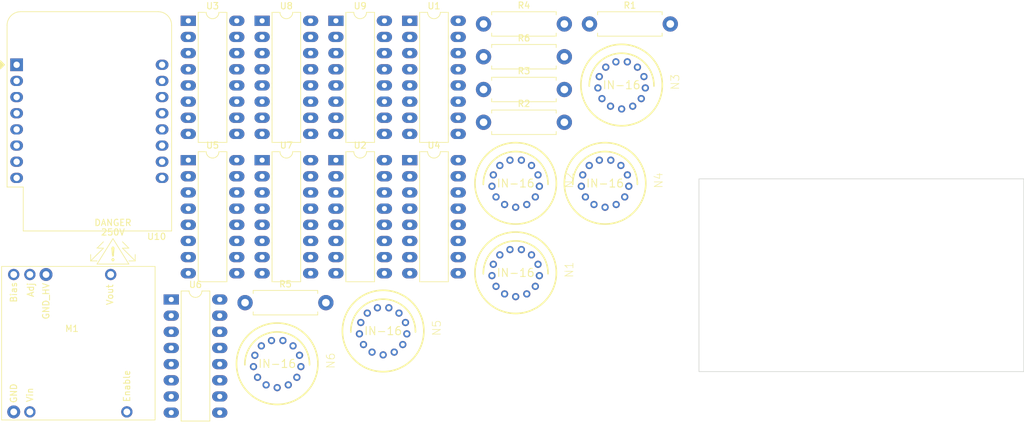
<source format=kicad_pcb>
(kicad_pcb (version 20211014) (generator pcbnew)
  (layers (0 "F.Cu" signal) (31 "B.Cu" signal) (34 "B.Paste" user) (35 "F.Paste" user) (36 "B.SilkS" user "B.Silkscreen") (37 "F.SilkS" user "F.Silkscreen") (38 "B.Mask" user) (39 "F.Mask" user) (44 "Edge.Cuts" user))
  (net 0 "")
  (net 1 "Vdrive")
  (net 3 "GND")
  (net 4 "+5V")
  (net 8 "Net-(N1-PadA)")
  (net 9 "Net-(N1-Pad9)")
  (net 10 "Net-(N1-Pad8)")
  (net 11 "Net-(N1-Pad7)")
  (net 12 "Net-(N1-Pad6)")
  (net 13 "Net-(N1-Pad5)")
  (net 14 "Net-(N1-Pad4)")
  (net 15 "Net-(N1-Pad3)")
  (net 16 "Net-(N1-Pad2)")
  (net 17 "Net-(N1-Pad1)")
  (net 18 "Net-(N1-Pad0)")
  (net 21 "Net-(N2-PadA)")
  (net 22 "Net-(N2-Pad9)")
  (net 23 "Net-(N2-Pad8)")
  (net 24 "Net-(N2-Pad7)")
  (net 25 "Net-(N2-Pad6)")
  (net 26 "Net-(N2-Pad5)")
  (net 27 "Net-(N2-Pad4)")
  (net 28 "Net-(N2-Pad3)")
  (net 29 "Net-(N2-Pad2)")
  (net 30 "Net-(N2-Pad1)")
  (net 31 "Net-(N2-Pad0)")
  (net 34 "Net-(N3-PadA)")
  (net 35 "Net-(N3-Pad9)")
  (net 36 "Net-(N3-Pad8)")
  (net 37 "Net-(N3-Pad7)")
  (net 38 "Net-(N3-Pad6)")
  (net 39 "Net-(N3-Pad5)")
  (net 40 "Net-(N3-Pad4)")
  (net 41 "Net-(N3-Pad3)")
  (net 42 "Net-(N3-Pad2)")
  (net 43 "Net-(N3-Pad1)")
  (net 44 "Net-(N3-Pad0)")
  (net 47 "Net-(N4-PadA)")
  (net 48 "Net-(N4-Pad9)")
  (net 49 "Net-(N4-Pad8)")
  (net 50 "Net-(N4-Pad7)")
  (net 51 "Net-(N4-Pad6)")
  (net 52 "Net-(N4-Pad5)")
  (net 53 "Net-(N4-Pad4)")
  (net 54 "Net-(N4-Pad3)")
  (net 55 "Net-(N4-Pad2)")
  (net 56 "Net-(N4-Pad1)")
  (net 57 "Net-(N4-Pad0)")
  (net 60 "Net-(N5-PadA)")
  (net 61 "Net-(N5-Pad9)")
  (net 62 "Net-(N5-Pad8)")
  (net 63 "Net-(N5-Pad7)")
  (net 64 "Net-(N5-Pad6)")
  (net 65 "Net-(N5-Pad5)")
  (net 66 "Net-(N5-Pad4)")
  (net 67 "Net-(N5-Pad3)")
  (net 68 "Net-(N5-Pad2)")
  (net 69 "Net-(N5-Pad1)")
  (net 70 "Net-(N5-Pad0)")
  (net 73 "Net-(N6-PadA)")
  (net 74 "Net-(N6-Pad9)")
  (net 75 "Net-(N6-Pad8)")
  (net 76 "Net-(N6-Pad7)")
  (net 77 "Net-(N6-Pad6)")
  (net 78 "Net-(N6-Pad5)")
  (net 79 "Net-(N6-Pad4)")
  (net 80 "Net-(N6-Pad3)")
  (net 81 "Net-(N6-Pad2)")
  (net 82 "Net-(N6-Pad1)")
  (net 83 "Net-(N6-Pad0)")
  (footprint "Nixie_footprint_lib:1364_HV" (layer "F.Cu") (at 42.05 90.5)
    (fp_text reference "M1" (at 11.049 -14.351 unlocked) (layer "F.SilkS"))
    (fp_text value "1364_HV")
    (fp_text user "!" (at 17.5 -26 unlocked) (layer "F.SilkS") (effects (font (size 2 2) (thickness 0.3))))
    (fp_text user "250V" (at 17.5 -29.5 unlocked) (layer "F.SilkS"))
    (fp_text user "DANGER" (at 17.5 -31 unlocked) (layer "F.SilkS"))
    (fp_text user "Vout" (at 17.018 -19.685 90 unlocked) (layer "F.SilkS"))
    (fp_text user "Enable" (at 19.685 -5.334 90 unlocked) (layer "F.SilkS"))
    (fp_text user "GND_HV" (at 6.985 -18.669 90 unlocked) (layer "F.SilkS"))
    (fp_text user "GND" (at 1.905 -4.191 90 unlocked) (layer "F.SilkS"))
    (fp_text user "Vin" (at 4.445 -3.937 90 unlocked) (layer "F.SilkS"))
    (fp_text user "Adj" (at 4.572 -20.447 90 unlocked) (layer "F.SilkS"))
    (fp_text user "Bias" (at 1.905 -20.066 90 unlocked) (layer "F.SilkS"))
    (fp_line (start 20 -27) (end 19 -27) (layer "F.SilkS") (width 0.12))
    (fp_line (start 15 -27) (end 16 -28) (layer "F.SilkS") (width 0.12))
    (fp_line (start 15 -26) (end 16 -27) (layer "F.SilkS") (width 0.12))
    (fp_line (start 14 -25) (end 15 -26) (layer "F.SilkS") (width 0.12))
    (fp_line (start 17.5 -28.5) (end 15 -24.5) (layer "F.SilkS") (width 0.12))
    (fp_line (start 14 -25) (end 14 -26) (layer "F.SilkS") (width 0.12))
    (fp_line (start 20 -24.5) (end 17.5 -28.5) (layer "F.SilkS") (width 0.12))
    (fp_line (start 20 -26) (end 21 -25) (layer "F.SilkS") (width 0.12))
    (fp_line (start 21 -26) (end 21 -25) (layer "F.SilkS") (width 0.12))
    (fp_line (start 14 -25) (end 15 -25) (layer "F.SilkS") (width 0.12))
    (fp_line (start 19 -28) (end 20 -27) (layer "F.SilkS") (width 0.12))
    (fp_line (start 15 -24.5) (end 20 -24.5) (layer "F.SilkS") (width 0.12))
    (fp_line (start 16 -27) (end 15 -27) (layer "F.SilkS") (width 0.12))
    (fp_line (start 19 -27) (end 20 -26) (layer "F.SilkS") (width 0.12))
    (fp_line (start 21 -25) (end 20 -25) (layer "F.SilkS") (width 0.12))
    (fp_rect (start 0 0) (end 24.13 -24.13) (layer "F.SilkS") (width 0.12) (fill none))
    (pad "1" thru_hole circle (at 17.145 -22.86) (size 1.778 1.778) (drill 1.0668) (layers *.Cu *.Mask) (net 1 "Vdrive"))
    (pad "2" thru_hole circle (at 4.445 -22.86) (size 1.778 1.778) (drill 1.0668) (layers *.Cu *.Mask))
    (pad "3" thru_hole circle (at 6.985 -22.86) (size 2.032 2.032) (drill 1.0668) (layers *.Cu *.Mask) (net 3 "GND"))
    (pad "4" thru_hole circle (at 4.445 -1.27) (size 1.778 1.778) (drill 1.0668) (layers *.Cu *.Mask) (net 4 "+5V"))
    (pad "5" thru_hole circle (at 1.905 -1.27) (size 2.032 2.032) (drill 1.0668) (layers *.Cu *.Mask) (net 3 "GND"))
    (pad "6" thru_hole circle (at 1.905 -22.86) (size 1.778 1.778) (drill 1.0668) (layers *.Cu *.Mask))
    (pad "7" thru_hole circle (at 19.685 -1.27) (size 1.778 1.778) (drill 1.0668) (layers *.Cu *.Mask) (net 4 "+5V"))
  )
  (footprint "Module:WEMOS_D1_mini_light" (layer "F.Cu") (at 44.415 34.675)
    (fp_text reference "U10" (at 22 27) (layer "F.SilkS"))
    (fp_text value "WeMos_D1_mini")
    (fp_line (start 22.24 -8.34) (end 0.63 -8.34) (layer "F.SilkS") (width 0.12))
    (fp_line (start 24.36 26.12) (end 24.36 -6.21) (layer "F.SilkS") (width 0.12))
    (fp_line (start -1.5 19.22) (end 1.04 19.22) (layer "F.SilkS") (width 0.12))
    (fp_line (start 1.04 19.22) (end 1.04 26.12) (layer "F.SilkS") (width 0.12))
    (fp_line (start -1.5 19.22) (end -1.5 -6.21) (layer "F.SilkS") (width 0.12))
    (fp_line (start 1.04 26.12) (end 24.36 26.12) (layer "F.SilkS") (width 0.12))
    (fp_arc (start 22.23 -8.34) (mid 23.736137 -7.716137) (end 24.36 -6.21) (layer "F.SilkS") (width 0.12))
    (fp_arc (start -1.5 -6.21) (mid -0.876137 -7.716137) (end 0.63 -8.34) (layer "F.SilkS") (width 0.12))
    (fp_poly (pts (xy -2.54 -0.635) (xy -2.54 0.635) (xy -1.905 0)) (layer "F.SilkS") (width 0.15) (fill solid))
    (pad "1" thru_hole rect (at 0 0) (size 2 2) (drill 1) (layers *.Cu *.Mask))
    (pad "2" thru_hole oval (at 0 2.54) (size 2 1.6) (drill 1) (layers *.Cu *.Mask))
    (pad "3" thru_hole oval (at 0 5.08) (size 2 1.6) (drill 1) (layers *.Cu *.Mask))
    (pad "4" thru_hole oval (at 0 7.62) (size 2 1.6) (drill 1) (layers *.Cu *.Mask))
    (pad "5" thru_hole oval (at 0 10.16) (size 2 1.6) (drill 1) (layers *.Cu *.Mask))
    (pad "6" thru_hole oval (at 0 12.7) (size 2 1.6) (drill 1) (layers *.Cu *.Mask))
    (pad "7" thru_hole oval (at 0 15.24) (size 2 1.6) (drill 1) (layers *.Cu *.Mask))
    (pad "8" thru_hole oval (at 0 17.78) (size 2 1.6) (drill 1) (layers *.Cu *.Mask))
    (pad "9" thru_hole oval (at 22.86 17.78) (size 2 1.6) (drill 1) (layers *.Cu *.Mask) (net 4 "+5V"))
    (pad "10" thru_hole oval (at 22.86 15.24) (size 2 1.6) (drill 1) (layers *.Cu *.Mask) (net 3 "GND"))
    (pad "11" thru_hole oval (at 22.86 12.7) (size 2 1.6) (drill 1) (layers *.Cu *.Mask))
    (pad "12" thru_hole oval (at 22.86 10.16) (size 2 1.6) (drill 1) (layers *.Cu *.Mask))
    (pad "13" thru_hole oval (at 22.86 7.62) (size 2 1.6) (drill 1) (layers *.Cu *.Mask))
    (pad "14" thru_hole oval (at 22.86 5.08) (size 2 1.6) (drill 1) (layers *.Cu *.Mask))
    (pad "15" thru_hole oval (at 22.86 2.54) (size 2 1.6) (drill 1) (layers *.Cu *.Mask))
    (pad "16" thru_hole oval (at 22.86 0) (size 2 1.6) (drill 1) (layers *.Cu *.Mask))
  )
  (footprint "Package_DIP:DIP-16_W7.62mm_LongPads" (layer "F.Cu") (at 106.195 49.665)
    (fp_text reference "U4" (at 3.81 -2.33) (layer "F.SilkS"))
    (fp_text value "74141")
    (fp_line (start 1.56 19.11) (end 6.06 19.11) (layer "F.SilkS") (width 0.12))
    (fp_line (start 6.06 19.11) (end 6.06 -1.33) (layer "F.SilkS") (width 0.12))
    (fp_line (start 2.81 -1.33) (end 1.56 -1.33) (layer "F.SilkS") (width 0.12))
    (fp_line (start 6.06 -1.33) (end 4.81 -1.33) (layer "F.SilkS") (width 0.12))
    (fp_line (start 1.56 -1.33) (end 1.56 19.11) (layer "F.SilkS") (width 0.12))
    (fp_arc (start 4.81 -1.33) (mid 3.81 -0.33) (end 2.81 -1.33) (layer "F.SilkS") (width 0.12))
    (pad "1" thru_hole rect (at 0 0) (size 2.4 1.6) (drill 0.8) (layers *.Cu *.Mask) (net 49 "Net-(N4-Pad8)"))
    (pad "2" thru_hole oval (at 0 2.54) (size 2.4 1.6) (drill 0.8) (layers *.Cu *.Mask) (net 48 "Net-(N4-Pad9)"))
    (pad "3" thru_hole oval (at 0 5.08) (size 2.4 1.6) (drill 0.8) (layers *.Cu *.Mask))
    (pad "4" thru_hole oval (at 0 7.62) (size 2.4 1.6) (drill 0.8) (layers *.Cu *.Mask))
    (pad "5" thru_hole oval (at 0 10.16) (size 2.4 1.6) (drill 0.8) (layers *.Cu *.Mask) (net 4 "+5V"))
    (pad "6" thru_hole oval (at 0 12.7) (size 2.4 1.6) (drill 0.8) (layers *.Cu *.Mask))
    (pad "7" thru_hole oval (at 0 15.24) (size 2.4 1.6) (drill 0.8) (layers *.Cu *.Mask))
    (pad "8" thru_hole oval (at 0 17.78) (size 2.4 1.6) (drill 0.8) (layers *.Cu *.Mask) (net 55 "Net-(N4-Pad2)"))
    (pad "9" thru_hole oval (at 7.62 17.78) (size 2.4 1.6) (drill 0.8) (layers *.Cu *.Mask) (net 54 "Net-(N4-Pad3)"))
    (pad "10" thru_hole oval (at 7.62 15.24) (size 2.4 1.6) (drill 0.8) (layers *.Cu *.Mask) (net 50 "Net-(N4-Pad7)"))
    (pad "11" thru_hole oval (at 7.62 12.7) (size 2.4 1.6) (drill 0.8) (layers *.Cu *.Mask) (net 51 "Net-(N4-Pad6)"))
    (pad "12" thru_hole oval (at 7.62 10.16) (size 2.4 1.6) (drill 0.8) (layers *.Cu *.Mask) (net 3 "GND"))
    (pad "13" thru_hole oval (at 7.62 7.62) (size 2.4 1.6) (drill 0.8) (layers *.Cu *.Mask) (net 53 "Net-(N4-Pad4)"))
    (pad "14" thru_hole oval (at 7.62 5.08) (size 2.4 1.6) (drill 0.8) (layers *.Cu *.Mask) (net 52 "Net-(N4-Pad5)"))
    (pad "15" thru_hole oval (at 7.62 2.54) (size 2.4 1.6) (drill 0.8) (layers *.Cu *.Mask) (net 56 "Net-(N4-Pad1)"))
    (pad "16" thru_hole oval (at 7.62 0) (size 2.4 1.6) (drill 0.8) (layers *.Cu *.Mask) (net 57 "Net-(N4-Pad0)"))
  )
  (footprint "nixies-us:nixies-us-IN-16" (layer "F.Cu") (at 122.84526 53.31526)
    (fp_text reference "N2" (at 8.41248 -0.47498 90) (layer "F.SilkS") (effects (font (size 1.27 1.27) (thickness 0.1016))))
    (fp_text value "IN-16" (at 0 0) (layer "F.SilkS") (effects (font (size 1.27 1.27))))
    (fp_arc (start -5.08 0.15748) (mid -0.003371 -5.001869) (end 5.0801 0.150739) (layer "F.SilkS") (width 0.254))
    (fp_circle (center 0 0) (end 0 -6.39826) (layer "F.SilkS") (width 0.254) (fill none))
    (pad "0" thru_hole circle (at -1.74244 3.32232) (size 1.13792 1.13792) (drill 0.62992) (layers *.Cu *.Mask) (net 31 "Net-(N2-Pad0)"))
    (pad "1" thru_hole circle (at 1.74244 3.32232) (size 1.13792 1.13792) (drill 0.62992) (layers *.Cu *.Mask) (net 30 "Net-(N2-Pad1)"))
    (pad "2" thru_hole circle (at -2.4892 -2.80924) (size 1.13792 1.13792) (drill 0.62992) (layers *.Cu *.Mask) (net 29 "Net-(N2-Pad2)"))
    (pad "3" thru_hole circle (at 3.72618 0.45212) (size 1.13792 1.13792) (drill 0.62992) (layers *.Cu *.Mask) (net 28 "Net-(N2-Pad3)"))
    (pad "4" thru_hole circle (at 2.4892 -2.80924) (size 1.13792 1.13792) (drill 0.62992) (layers *.Cu *.Mask) (net 27 "Net-(N2-Pad4)"))
    (pad "5" thru_hole circle (at 0.89662 -3.6449) (size 1.13792 1.13792) (drill 0.62992) (layers *.Cu *.Mask) (net 26 "Net-(N2-Pad5)"))
    (pad "6" thru_hole circle (at -0.89662 -3.6449) (size 1.13792 1.13792) (drill 0.62992) (layers *.Cu *.Mask) (net 25 "Net-(N2-Pad6)"))
    (pad "7" thru_hole circle (at 3.08864 2.13106) (size 1.13792 1.13792) (drill 0.62992) (layers *.Cu *.Mask) (net 24 "Net-(N2-Pad7)"))
    (pad "8" thru_hole circle (at -3.72618 0.45212) (size 1.13792 1.13792) (drill 0.62992) (layers *.Cu *.Mask) (net 23 "Net-(N2-Pad8)"))
    (pad "9" thru_hole circle (at -3.08864 2.13106) (size 1.13792 1.13792) (drill 0.62992) (layers *.Cu *.Mask) (net 22 "Net-(N2-Pad9)"))
    (pad "A" thru_hole circle (at 0 3.75412) (size 1.13792 1.13792) (drill 0.62992) (layers *.Cu *.Mask) (net 21 "Net-(N2-PadA)"))
    (pad "LHDP" thru_hole circle (at -3.51028 -1.33096) (size 1.13792 1.13792) (drill 0.62992) (layers *.Cu *.Mask))
    (pad "RHDP" thru_hole circle (at 3.51028 -1.33096) (size 1.13792 1.13792) (drill 0.62992) (layers *.Cu *.Mask))
  )
  (footprint "Package_DIP:DIP-16_W7.62mm_LongPads" (layer "F.Cu") (at 71.395 27.765)
    (fp_text reference "U3" (at 3.81 -2.33) (layer "F.SilkS"))
    (fp_text value "74141")
    (fp_line (start 2.81 -1.33) (end 1.56 -1.33) (layer "F.SilkS") (width 0.12))
    (fp_line (start 1.56 -1.33) (end 1.56 19.11) (layer "F.SilkS") (width 0.12))
    (fp_line (start 6.06 -1.33) (end 4.81 -1.33) (layer "F.SilkS") (width 0.12))
    (fp_line (start 1.56 19.11) (end 6.06 19.11) (layer "F.SilkS") (width 0.12))
    (fp_line (start 6.06 19.11) (end 6.06 -1.33) (layer "F.SilkS") (width 0.12))
    (fp_arc (start 4.81 -1.33) (mid 3.81 -0.33) (end 2.81 -1.33) (layer "F.SilkS") (width 0.12))
    (pad "1" thru_hole rect (at 0 0) (size 2.4 1.6) (drill 0.8) (layers *.Cu *.Mask) (net 36 "Net-(N3-Pad8)"))
    (pad "2" thru_hole oval (at 0 2.54) (size 2.4 1.6) (drill 0.8) (layers *.Cu *.Mask) (net 35 "Net-(N3-Pad9)"))
    (pad "3" thru_hole oval (at 0 5.08) (size 2.4 1.6) (drill 0.8) (layers *.Cu *.Mask))
    (pad "4" thru_hole oval (at 0 7.62) (size 2.4 1.6) (drill 0.8) (layers *.Cu *.Mask))
    (pad "5" thru_hole oval (at 0 10.16) (size 2.4 1.6) (drill 0.8) (layers *.Cu *.Mask) (net 4 "+5V"))
    (pad "6" thru_hole oval (at 0 12.7) (size 2.4 1.6) (drill 0.8) (layers *.Cu *.Mask))
    (pad "7" thru_hole oval (at 0 15.24) (size 2.4 1.6) (drill 0.8) (layers *.Cu *.Mask))
    (pad "8" thru_hole oval (at 0 17.78) (size 2.4 1.6) (drill 0.8) (layers *.Cu *.Mask) (net 42 "Net-(N3-Pad2)"))
    (pad "9" thru_hole oval (at 7.62 17.78) (size 2.4 1.6) (drill 0.8) (layers *.Cu *.Mask) (net 41 "Net-(N3-Pad3)"))
    (pad "10" thru_hole oval (at 7.62 15.24) (size 2.4 1.6) (drill 0.8) (layers *.Cu *.Mask) (net 37 "Net-(N3-Pad7)"))
    (pad "11" thru_hole oval (at 7.62 12.7) (size 2.4 1.6) (drill 0.8) (layers *.Cu *.Mask) (net 38 "Net-(N3-Pad6)"))
    (pad "12" thru_hole oval (at 7.62 10.16) (size 2.4 1.6) (drill 0.8) (layers *.Cu *.Mask) (net 3 "GND"))
    (pad "13" thru_hole oval (at 7.62 7.62) (size 2.4 1.6) (drill 0.8) (layers *.Cu *.Mask) (net 40 "Net-(N3-Pad4)"))
    (pad "14" thru_hole oval (at 7.62 5.08) (size 2.4 1.6) (drill 0.8) (layers *.Cu *.Mask) (net 39 "Net-(N3-Pad5)"))
    (pad "15" thru_hole oval (at 7.62 2.54) (size 2.4 1.6) (drill 0.8) (layers *.Cu *.Mask) (net 43 "Net-(N3-Pad1)"))
    (pad "16" thru_hole oval (at 7.62 0) (size 2.4 1.6) (drill 0.8) (layers *.Cu *.Mask) (net 44 "Net-(N3-Pad0)"))
  )
  (footprint "Package_DIP:DIP-16_W7.62mm_LongPads" (layer "F.Cu") (at 82.995 27.765)
    (fp_text reference "U8" (at 3.81 -2.33) (layer "F.SilkS"))
    (fp_text value "74AHC595")
    (fp_line (start 6.06 19.11) (end 6.06 -1.33) (layer "F.SilkS") (width 0.12))
    (fp_line (start 6.06 -1.33) (end 4.81 -1.33) (layer "F.SilkS") (width 0.12))
    (fp_line (start 2.81 -1.33) (end 1.56 -1.33) (layer "F.SilkS") (width 0.12))
    (fp_line (start 1.56 19.11) (end 6.06 19.11) (layer "F.SilkS") (width 0.12))
    (fp_line (start 1.56 -1.33) (end 1.56 19.11) (layer "F.SilkS") (width 0.12))
    (fp_arc (start 4.81 -1.33) (mid 3.81 -0.33) (end 2.81 -1.33) (layer "F.SilkS") (width 0.12))
    (pad "1" thru_hole rect (at 0 0) (size 2.4 1.6) (drill 0.8) (layers *.Cu *.Mask))
    (pad "2" thru_hole oval (at 0 2.54) (size 2.4 1.6) (drill 0.8) (layers *.Cu *.Mask))
    (pad "3" thru_hole oval (at 0 5.08) (size 2.4 1.6) (drill 0.8) (layers *.Cu *.Mask))
    (pad "4" thru_hole oval (at 0 7.62) (size 2.4 1.6) (drill 0.8) (layers *.Cu *.Mask))
    (pad "5" thru_hole oval (at 0 10.16) (size 2.4 1.6) (drill 0.8) (layers *.Cu *.Mask))
    (pad "6" thru_hole oval (at 0 12.7) (size 2.4 1.6) (drill 0.8) (layers *.Cu *.Mask))
    (pad "7" thru_hole oval (at 0 15.24) (size 2.4 1.6) (drill 0.8) (layers *.Cu *.Mask))
    (pad "8" thru_hole oval (at 0 17.78) (size 2.4 1.6) (drill 0.8) (layers *.Cu *.Mask) (net 3 "GND"))
    (pad "9" thru_hole oval (at 7.62 17.78) (size 2.4 1.6) (drill 0.8) (layers *.Cu *.Mask))
    (pad "10" thru_hole oval (at 7.62 15.24) (size 2.4 1.6) (drill 0.8) (layers *.Cu *.Mask))
    (pad "11" thru_hole oval (at 7.62 12.7) (size 2.4 1.6) (drill 0.8) (layers *.Cu *.Mask))
    (pad "12" thru_hole oval (at 7.62 10.16) (size 2.4 1.6) (drill 0.8) (layers *.Cu *.Mask))
    (pad "13" thru_hole oval (at 7.62 7.62) (size 2.4 1.6) (drill 0.8) (layers *.Cu *.Mask))
    (pad "14" thru_hole oval (at 7.62 5.08) (size 2.4 1.6) (drill 0.8) (layers *.Cu *.Mask))
    (pad "15" thru_hole oval (at 7.62 2.54) (size 2.4 1.6) (drill 0.8) (layers *.Cu *.Mask))
    (pad "16" thru_hole oval (at 7.62 0) (size 2.4 1.6) (drill 0.8) (layers *.Cu *.Mask))
  )
  (footprint "Package_DIP:DIP-16_W7.62mm_LongPads" (layer "F.Cu") (at 94.595 27.765)
    (fp_text reference "U9" (at 3.81 -2.33) (layer "F.SilkS"))
    (fp_text value "74AHC595")
    (fp_line (start 1.56 -1.33) (end 1.56 19.11) (layer "F.SilkS") (width 0.12))
    (fp_line (start 6.06 19.11) (end 6.06 -1.33) (layer "F.SilkS") (width 0.12))
    (fp_line (start 1.56 19.11) (end 6.06 19.11) (layer "F.SilkS") (width 0.12))
    (fp_line (start 2.81 -1.33) (end 1.56 -1.33) (layer "F.SilkS") (width 0.12))
    (fp_line (start 6.06 -1.33) (end 4.81 -1.33) (layer "F.SilkS") (width 0.12))
    (fp_arc (start 4.81 -1.33) (mid 3.81 -0.33) (end 2.81 -1.33) (layer "F.SilkS") (width 0.12))
    (pad "1" thru_hole rect (at 0 0) (size 2.4 1.6) (drill 0.8) (layers *.Cu *.Mask))
    (pad "2" thru_hole oval (at 0 2.54) (size 2.4 1.6) (drill 0.8) (layers *.Cu *.Mask))
    (pad "3" thru_hole oval (at 0 5.08) (size 2.4 1.6) (drill 0.8) (layers *.Cu *.Mask))
    (pad "4" thru_hole oval (at 0 7.62) (size 2.4 1.6) (drill 0.8) (layers *.Cu *.Mask))
    (pad "5" thru_hole oval (at 0 10.16) (size 2.4 1.6) (drill 0.8) (layers *.Cu *.Mask))
    (pad "6" thru_hole oval (at 0 12.7) (size 2.4 1.6) (drill 0.8) (layers *.Cu *.Mask))
    (pad "7" thru_hole oval (at 0 15.24) (size 2.4 1.6) (drill 0.8) (layers *.Cu *.Mask))
    (pad "8" thru_hole oval (at 0 17.78) (size 2.4 1.6) (drill 0.8) (layers *.Cu *.Mask) (net 3 "GND"))
    (pad "9" thru_hole oval (at 7.62 17.78) (size 2.4 1.6) (drill 0.8) (layers *.Cu *.Mask))
    (pad "10" thru_hole oval (at 7.62 15.24) (size 2.4 1.6) (drill 0.8) (layers *.Cu *.Mask))
    (pad "11" thru_hole oval (at 7.62 12.7) (size 2.4 1.6) (drill 0.8) (layers *.Cu *.Mask))
    (pad "12" thru_hole oval (at 7.62 10.16) (size 2.4 1.6) (drill 0.8) (layers *.Cu *.Mask))
    (pad "13" thru_hole oval (at 7.62 7.62) (size 2.4 1.6) (drill 0.8) (layers *.Cu *.Mask))
    (pad "14" thru_hole oval (at 7.62 5.08) (size 2.4 1.6) (drill 0.8) (layers *.Cu *.Mask))
    (pad "15" thru_hole oval (at 7.62 2.54) (size 2.4 1.6) (drill 0.8) (layers *.Cu *.Mask))
    (pad "16" thru_hole oval (at 7.62 0) (size 2.4 1.6) (drill 0.8) (layers *.Cu *.Mask))
  )
  (footprint "Package_DIP:DIP-16_W7.62mm_LongPads" (layer "F.Cu") (at 82.995 49.665)
    (fp_text reference "U7" (at 3.81 -2.33) (layer "F.SilkS"))
    (fp_text value "74AHC595")
    (fp_line (start 6.06 -1.33) (end 4.81 -1.33) (layer "F.SilkS") (width 0.12))
    (fp_line (start 2.81 -1.33) (end 1.56 -1.33) (layer "F.SilkS") (width 0.12))
    (fp_line (start 1.56 19.11) (end 6.06 19.11) (layer "F.SilkS") (width 0.12))
    (fp_line (start 1.56 -1.33) (end 1.56 19.11) (layer "F.SilkS") (width 0.12))
    (fp_line (start 6.06 19.11) (end 6.06 -1.33) (layer "F.SilkS") (width 0.12))
    (fp_arc (start 4.81 -1.33) (mid 3.81 -0.33) (end 2.81 -1.33) (layer "F.SilkS") (width 0.12))
    (pad "1" thru_hole rect (at 0 0) (size 2.4 1.6) (drill 0.8) (layers *.Cu *.Mask))
    (pad "2" thru_hole oval (at 0 2.54) (size 2.4 1.6) (drill 0.8) (layers *.Cu *.Mask))
    (pad "3" thru_hole oval (at 0 5.08) (size 2.4 1.6) (drill 0.8) (layers *.Cu *.Mask))
    (pad "4" thru_hole oval (at 0 7.62) (size 2.4 1.6) (drill 0.8) (layers *.Cu *.Mask))
    (pad "5" thru_hole oval (at 0 10.16) (size 2.4 1.6) (drill 0.8) (layers *.Cu *.Mask))
    (pad "6" thru_hole oval (at 0 12.7) (size 2.4 1.6) (drill 0.8) (layers *.Cu *.Mask))
    (pad "7" thru_hole oval (at 0 15.24) (size 2.4 1.6) (drill 0.8) (layers *.Cu *.Mask))
    (pad "8" thru_hole oval (at 0 17.78) (size 2.4 1.6) (drill 0.8) (layers *.Cu *.Mask) (net 3 "GND"))
    (pad "9" thru_hole oval (at 7.62 17.78) (size 2.4 1.6) (drill 0.8) (layers *.Cu *.Mask))
    (pad "10" thru_hole oval (at 7.62 15.24) (size 2.4 1.6) (drill 0.8) (layers *.Cu *.Mask))
    (pad "11" thru_hole oval (at 7.62 12.7) (size 2.4 1.6) (drill 0.8) (layers *.Cu *.Mask))
    (pad "12" thru_hole oval (at 7.62 10.16) (size 2.4 1.6) (drill 0.8) (layers *.Cu *.Mask))
    (pad "13" thru_hole oval (at 7.62 7.62) (size 2.4 1.6) (drill 0.8) (layers *.Cu *.Mask))
    (pad "14" thru_hole oval (at 7.62 5.08) (size 2.4 1.6) (drill 0.8) (layers *.Cu *.Mask))
    (pad "15" thru_hole oval (at 7.62 2.54) (size 2.4 1.6) (drill 0.8) (layers *.Cu *.Mask))
    (pad "16" thru_hole oval (at 7.62 0) (size 2.4 1.6) (drill 0.8) (layers *.Cu *.Mask))
  )
  (footprint "nixies-us:nixies-us-IN-16" (layer "F.Cu") (at 122.84526 67.36526)
    (fp_text reference "N1" (at 8.41248 -0.47498 90) (layer "F.SilkS") (effects (font (size 1.27 1.27) (thickness 0.1016))))
    (fp_text value "IN-16" (at 0 0) (layer "F.SilkS") (effects (font (size 1.27 1.27))))
    (fp_arc (start -5.08 0.15748) (mid -0.003371 -5.001869) (end 5.0801 0.150739) (layer "F.SilkS") (width 0.254))
    (fp_circle (center 0 0) (end 0 -6.39826) (layer "F.SilkS") (width 0.254) (fill none))
    (pad "0" thru_hole circle (at -1.74244 3.32232) (size 1.13792 1.13792) (drill 0.62992) (layers *.Cu *.Mask) (net 18 "Net-(N1-Pad0)"))
    (pad "1" thru_hole circle (at 1.74244 3.32232) (size 1.13792 1.13792) (drill 0.62992) (layers *.Cu *.Mask) (net 17 "Net-(N1-Pad1)"))
    (pad "2" thru_hole circle (at -2.4892 -2.80924) (size 1.13792 1.13792) (drill 0.62992) (layers *.Cu *.Mask) (net 16 "Net-(N1-Pad2)"))
    (pad "3" thru_hole circle (at 3.72618 0.45212) (size 1.13792 1.13792) (drill 0.62992) (layers *.Cu *.Mask) (net 15 "Net-(N1-Pad3)"))
    (pad "4" thru_hole circle (at 2.4892 -2.80924) (size 1.13792 1.13792) (drill 0.62992) (layers *.Cu *.Mask) (net 14 "Net-(N1-Pad4)"))
    (pad "5" thru_hole circle (at 0.89662 -3.6449) (size 1.13792 1.13792) (drill 0.62992) (layers *.Cu *.Mask) (net 13 "Net-(N1-Pad5)"))
    (pad "6" thru_hole circle (at -0.89662 -3.6449) (size 1.13792 1.13792) (drill 0.62992) (layers *.Cu *.Mask) (net 12 "Net-(N1-Pad6)"))
    (pad "7" thru_hole circle (at 3.08864 2.13106) (size 1.13792 1.13792) (drill 0.62992) (layers *.Cu *.Mask) (net 11 "Net-(N1-Pad7)"))
    (pad "8" thru_hole circle (at -3.72618 0.45212) (size 1.13792 1.13792) (drill 0.62992) (layers *.Cu *.Mask) (net 10 "Net-(N1-Pad8)"))
    (pad "9" thru_hole circle (at -3.08864 2.13106) (size 1.13792 1.13792) (drill 0.62992) (layers *.Cu *.Mask) (net 9 "Net-(N1-Pad9)"))
    (pad "A" thru_hole circle (at 0 3.75412) (size 1.13792 1.13792) (drill 0.62992) (layers *.Cu *.Mask) (net 8 "Net-(N1-PadA)"))
    (pad "LHDP" thru_hole circle (at -3.51028 -1.33096) (size 1.13792 1.13792) (drill 0.62992) (layers *.Cu *.Mask))
    (pad "RHDP" thru_hole circle (at 3.51028 -1.33096) (size 1.13792 1.13792) (drill 0.62992) (layers *.Cu *.Mask))
  )
  (footprint "Resistor_THT:R_Axial_DIN0411_L9.9mm_D3.6mm_P12.70mm_Horizontal" (layer "F.Cu") (at 117.795 43.715)
    (fp_text reference "R2" (at 6.35 -2.92) (layer "F.SilkS"))
    (fp_text value "R")
    (fp_line (start 1.28 1.44) (end 1.28 1.92) (layer "F.SilkS") (width 0.12))
    (fp_line (start 11.42 1.92) (end 11.42 1.44) (layer "F.SilkS") (width 0.12))
    (fp_line (start 1.28 -1.92) (end 11.42 -1.92) (layer "F.SilkS") (width 0.12))
    (fp_line (start 1.28 1.92) (end 11.42 1.92) (layer "F.SilkS") (width 0.12))
    (fp_line (start 11.42 -1.92) (end 11.42 -1.44) (layer "F.SilkS") (width 0.12))
    (fp_line (start 1.28 -1.44) (end 1.28 -1.92) (layer "F.SilkS") (width 0.12))
    (pad "1" thru_hole circle (at 0 0) (size 2.4 2.4) (drill 1.2) (layers *.Cu *.Mask) (net 21 "Net-(N2-PadA)"))
    (pad "2" thru_hole oval (at 12.7 0) (size 2.4 2.4) (drill 1.2) (layers *.Cu *.Mask) (net 1 "Vdrive"))
  )
  (footprint "Package_DIP:DIP-16_W7.62mm_LongPads" (layer "F.Cu") (at 94.595 49.665)
    (fp_text reference "U2" (at 3.81 -2.33) (layer "F.SilkS"))
    (fp_text value "74141")
    (fp_line (start 6.06 19.11) (end 6.06 -1.33) (layer "F.SilkS") (width 0.12))
    (fp_line (start 2.81 -1.33) (end 1.56 -1.33) (layer "F.SilkS") (width 0.12))
    (fp_line (start 1.56 19.11) (end 6.06 19.11) (layer "F.SilkS") (width 0.12))
    (fp_line (start 6.06 -1.33) (end 4.81 -1.33) (layer "F.SilkS") (width 0.12))
    (fp_line (start 1.56 -1.33) (end 1.56 19.11) (layer "F.SilkS") (width 0.12))
    (fp_arc (start 4.81 -1.33) (mid 3.81 -0.33) (end 2.81 -1.33) (layer "F.SilkS") (width 0.12))
    (pad "1" thru_hole rect (at 0 0) (size 2.4 1.6) (drill 0.8) (layers *.Cu *.Mask) (net 23 "Net-(N2-Pad8)"))
    (pad "2" thru_hole oval (at 0 2.54) (size 2.4 1.6) (drill 0.8) (layers *.Cu *.Mask) (net 22 "Net-(N2-Pad9)"))
    (pad "3" thru_hole oval (at 0 5.08) (size 2.4 1.6) (drill 0.8) (layers *.Cu *.Mask))
    (pad "4" thru_hole oval (at 0 7.62) (size 2.4 1.6) (drill 0.8) (layers *.Cu *.Mask))
    (pad "5" thru_hole oval (at 0 10.16) (size 2.4 1.6) (drill 0.8) (layers *.Cu *.Mask) (net 4 "+5V"))
    (pad "6" thru_hole oval (at 0 12.7) (size 2.4 1.6) (drill 0.8) (layers *.Cu *.Mask))
    (pad "7" thru_hole oval (at 0 15.24) (size 2.4 1.6) (drill 0.8) (layers *.Cu *.Mask))
    (pad "8" thru_hole oval (at 0 17.78) (size 2.4 1.6) (drill 0.8) (layers *.Cu *.Mask) (net 29 "Net-(N2-Pad2)"))
    (pad "9" thru_hole oval (at 7.62 17.78) (size 2.4 1.6) (drill 0.8) (layers *.Cu *.Mask) (net 28 "Net-(N2-Pad3)"))
    (pad "10" thru_hole oval (at 7.62 15.24) (size 2.4 1.6) (drill 0.8) (layers *.Cu *.Mask) (net 24 "Net-(N2-Pad7)"))
    (pad "11" thru_hole oval (at 7.62 12.7) (size 2.4 1.6) (drill 0.8) (layers *.Cu *.Mask) (net 25 "Net-(N2-Pad6)"))
    (pad "12" thru_hole oval (at 7.62 10.16) (size 2.4 1.6) (drill 0.8) (layers *.Cu *.Mask) (net 3 "GND"))
    (pad "13" thru_hole oval (at 7.62 7.62) (size 2.4 1.6) (drill 0.8) (layers *.Cu *.Mask) (net 27 "Net-(N2-Pad4)"))
    (pad "14" thru_hole oval (at 7.62 5.08) (size 2.4 1.6) (drill 0.8) (layers *.Cu *.Mask) (net 26 "Net-(N2-Pad5)"))
    (pad "15" thru_hole oval (at 7.62 2.54) (size 2.4 1.6) (drill 0.8) (layers *.Cu *.Mask) (net 30 "Net-(N2-Pad1)"))
    (pad "16" thru_hole oval (at 7.62 0) (size 2.4 1.6) (drill 0.8) (layers *.Cu *.Mask) (net 31 "Net-(N2-Pad0)"))
  )
  (footprint "Package_DIP:DIP-16_W7.62mm_LongPads" (layer "F.Cu") (at 71.395 49.665)
    (fp_text reference "U5" (at 3.81 -2.33) (layer "F.SilkS"))
    (fp_text value "74141")
    (fp_line (start 6.06 19.11) (end 6.06 -1.33) (layer "F.SilkS") (width 0.12))
    (fp_line (start 1.56 -1.33) (end 1.56 19.11) (layer "F.SilkS") (width 0.12))
    (fp_line (start 2.81 -1.33) (end 1.56 -1.33) (layer "F.SilkS") (width 0.12))
    (fp_line (start 6.06 -1.33) (end 4.81 -1.33) (layer "F.SilkS") (width 0.12))
    (fp_line (start 1.56 19.11) (end 6.06 19.11) (layer "F.SilkS") (width 0.12))
    (fp_arc (start 4.81 -1.33) (mid 3.81 -0.33) (end 2.81 -1.33) (layer "F.SilkS") (width 0.12))
    (pad "1" thru_hole rect (at 0 0) (size 2.4 1.6) (drill 0.8) (layers *.Cu *.Mask) (net 62 "Net-(N5-Pad8)"))
    (pad "2" thru_hole oval (at 0 2.54) (size 2.4 1.6) (drill 0.8) (layers *.Cu *.Mask) (net 61 "Net-(N5-Pad9)"))
    (pad "3" thru_hole oval (at 0 5.08) (size 2.4 1.6) (drill 0.8) (layers *.Cu *.Mask))
    (pad "4" thru_hole oval (at 0 7.62) (size 2.4 1.6) (drill 0.8) (layers *.Cu *.Mask))
    (pad "5" thru_hole oval (at 0 10.16) (size 2.4 1.6) (drill 0.8) (layers *.Cu *.Mask) (net 4 "+5V"))
    (pad "6" thru_hole oval (at 0 12.7) (size 2.4 1.6) (drill 0.8) (layers *.Cu *.Mask))
    (pad "7" thru_hole oval (at 0 15.24) (size 2.4 1.6) (drill 0.8) (layers *.Cu *.Mask))
    (pad "8" thru_hole oval (at 0 17.78) (size 2.4 1.6) (drill 0.8) (layers *.Cu *.Mask) (net 68 "Net-(N5-Pad2)"))
    (pad "9" thru_hole oval (at 7.62 17.78) (size 2.4 1.6) (drill 0.8) (layers *.Cu *.Mask) (net 67 "Net-(N5-Pad3)"))
    (pad "10" thru_hole oval (at 7.62 15.24) (size 2.4 1.6) (drill 0.8) (layers *.Cu *.Mask) (net 63 "Net-(N5-Pad7)"))
    (pad "11" thru_hole oval (at 7.62 12.7) (size 2.4 1.6) (drill 0.8) (layers *.Cu *.Mask) (net 64 "Net-(N5-Pad6)"))
    (pad "12" thru_hole oval (at 7.62 10.16) (size 2.4 1.6) (drill 0.8) (layers *.Cu *.Mask) (net 3 "GND"))
    (pad "13" thru_hole oval (at 7.62 7.62) (size 2.4 1.6) (drill 0.8) (layers *.Cu *.Mask) (net 66 "Net-(N5-Pad4)"))
    (pad "14" thru_hole oval (at 7.62 5.08) (size 2.4 1.6) (drill 0.8) (layers *.Cu *.Mask) (net 65 "Net-(N5-Pad5)"))
    (pad "15" thru_hole oval (at 7.62 2.54) (size 2.4 1.6) (drill 0.8) (layers *.Cu *.Mask) (net 69 "Net-(N5-Pad1)"))
    (pad "16" thru_hole oval (at 7.62 0) (size 2.4 1.6) (drill 0.8) (layers *.Cu *.Mask) (net 70 "Net-(N5-Pad0)"))
  )
  (footprint "Resistor_THT:R_Axial_DIN0411_L9.9mm_D3.6mm_P12.70mm_Horizontal" (layer "F.Cu") (at 117.795 28.265)
    (fp_text reference "R4" (at 6.35 -2.92) (layer "F.SilkS"))
    (fp_text value "R")
    (fp_line (start 1.28 1.92) (end 11.42 1.92) (layer "F.SilkS") (width 0.12))
    (fp_line (start 1.28 -1.92) (end 11.42 -1.92) (layer "F.SilkS") (width 0.12))
    (fp_line (start 11.42 1.92) (end 11.42 1.44) (layer "F.SilkS") (width 0.12))
    (fp_line (start 11.42 -1.92) (end 11.42 -1.44) (layer "F.SilkS") (width 0.12))
    (fp_line (start 1.28 -1.44) (end 1.28 -1.92) (layer "F.SilkS") (width 0.12))
    (fp_line (start 1.28 1.44) (end 1.28 1.92) (layer "F.SilkS") (width 0.12))
    (pad "1" thru_hole circle (at 0 0) (size 2.4 2.4) (drill 1.2) (layers *.Cu *.Mask) (net 47 "Net-(N4-PadA)"))
    (pad "2" thru_hole oval (at 12.7 0) (size 2.4 2.4) (drill 1.2) (layers *.Cu *.Mask) (net 1 "Vdrive"))
  )
  (footprint "Resistor_THT:R_Axial_DIN0411_L9.9mm_D3.6mm_P12.70mm_Horizontal" (layer "F.Cu") (at 80.315 72.065)
    (fp_text reference "R5" (at 6.35 -2.92) (layer "F.SilkS"))
    (fp_text value "R")
    (fp_line (start 1.28 1.44) (end 1.28 1.92) (layer "F.SilkS") (width 0.12))
    (fp_line (start 1.28 1.92) (end 11.42 1.92) (layer "F.SilkS") (width 0.12))
    (fp_line (start 1.28 -1.92) (end 11.42 -1.92) (layer "F.SilkS") (width 0.12))
    (fp_line (start 11.42 1.92) (end 11.42 1.44) (layer "F.SilkS") (width 0.12))
    (fp_line (start 1.28 -1.44) (end 1.28 -1.92) (layer "F.SilkS") (width 0.12))
    (fp_line (start 11.42 -1.92) (end 11.42 -1.44) (layer "F.SilkS") (width 0.12))
    (pad "1" thru_hole circle (at 0 0) (size 2.4 2.4) (drill 1.2) (layers *.Cu *.Mask) (net 60 "Net-(N5-PadA)"))
    (pad "2" thru_hole oval (at 12.7 0) (size 2.4 2.4) (drill 1.2) (layers *.Cu *.Mask) (net 1 "Vdrive"))
  )
  (footprint "Resistor_THT:R_Axial_DIN0411_L9.9mm_D3.6mm_P12.70mm_Horizontal" (layer "F.Cu") (at 117.795 33.415)
    (fp_text reference "R6" (at 6.35 -2.92) (layer "F.SilkS"))
    (fp_text value "R")
    (fp_line (start 1.28 1.44) (end 1.28 1.92) (layer "F.SilkS") (width 0.12))
    (fp_line (start 11.42 1.92) (end 11.42 1.44) (layer "F.SilkS") (width 0.12))
    (fp_line (start 1.28 1.92) (end 11.42 1.92) (layer "F.SilkS") (width 0.12))
    (fp_line (start 1.28 -1.44) (end 1.28 -1.92) (layer "F.SilkS") (width 0.12))
    (fp_line (start 11.42 -1.92) (end 11.42 -1.44) (layer "F.SilkS") (width 0.12))
    (fp_line (start 1.28 -1.92) (end 11.42 -1.92) (layer "F.SilkS") (width 0.12))
    (pad "1" thru_hole circle (at 0 0) (size 2.4 2.4) (drill 1.2) (layers *.Cu *.Mask) (net 73 "Net-(N6-PadA)"))
    (pad "2" thru_hole oval (at 12.7 0) (size 2.4 2.4) (drill 1.2) (layers *.Cu *.Mask) (net 1 "Vdrive"))
  )
  (footprint "Package_DIP:DIP-16_W7.62mm_LongPads" (layer "F.Cu") (at 68.715 71.565)
    (fp_text reference "U6" (at 3.81 -2.33) (layer "F.SilkS"))
    (fp_text value "74141")
    (fp_line (start 1.56 19.11) (end 6.06 19.11) (layer "F.SilkS") (width 0.12))
    (fp_line (start 6.06 -1.33) (end 4.81 -1.33) (layer "F.SilkS") (width 0.12))
    (fp_line (start 1.56 -1.33) (end 1.56 19.11) (layer "F.SilkS") (width 0.12))
    (fp_line (start 6.06 19.11) (end 6.06 -1.33) (layer "F.SilkS") (width 0.12))
    (fp_line (start 2.81 -1.33) (end 1.56 -1.33) (layer "F.SilkS") (width 0.12))
    (fp_arc (start 4.81 -1.33) (mid 3.81 -0.33) (end 2.81 -1.33) (layer "F.SilkS") (width 0.12))
    (pad "1" thru_hole rect (at 0 0) (size 2.4 1.6) (drill 0.8) (layers *.Cu *.Mask) (net 75 "Net-(N6-Pad8)"))
    (pad "2" thru_hole oval (at 0 2.54) (size 2.4 1.6) (drill 0.8) (layers *.Cu *.Mask) (net 74 "Net-(N6-Pad9)"))
    (pad "3" thru_hole oval (at 0 5.08) (size 2.4 1.6) (drill 0.8) (layers *.Cu *.Mask))
    (pad "4" thru_hole oval (at 0 7.62) (size 2.4 1.6) (drill 0.8) (layers *.Cu *.Mask))
    (pad "5" thru_hole oval (at 0 10.16) (size 2.4 1.6) (drill 0.8) (layers *.Cu *.Mask) (net 4 "+5V"))
    (pad "6" thru_hole oval (at 0 12.7) (size 2.4 1.6) (drill 0.8) (layers *.Cu *.Mask))
    (pad "7" thru_hole oval (at 0 15.24) (size 2.4 1.6) (drill 0.8) (layers *.Cu *.Mask))
    (pad "8" thru_hole oval (at 0 17.78) (size 2.4 1.6) (drill 0.8) (layers *.Cu *.Mask) (net 81 "Net-(N6-Pad2)"))
    (pad "9" thru_hole oval (at 7.62 17.78) (size 2.4 1.6) (drill 0.8) (layers *.Cu *.Mask) (net 80 "Net-(N6-Pad3)"))
    (pad "10" thru_hole oval (at 7.62 15.24) (size 2.4 1.6) (drill 0.8) (layers *.Cu *.Mask) (net 76 "Net-(N6-Pad7)"))
    (pad "11" thru_hole oval (at 7.62 12.7) (size 2.4 1.6) (drill 0.8) (layers *.Cu *.Mask) (net 77 "Net-(N6-Pad6)"))
    (pad "12" thru_hole oval (at 7.62 10.16) (size 2.4 1.6) (drill 0.8) (layers *.Cu *.Mask) (net 3 "GND"))
    (pad "13" thru_hole oval (at 7.62 7.62) (size 2.4 1.6) (drill 0.8) (layers *.Cu *.Mask) (net 79 "Net-(N6-Pad4)"))
    (pad "14" thru_hole oval (at 7.62 5.08) (size 2.4 1.6) (drill 0.8) (layers *.Cu *.Mask) (net 78 "Net-(N6-Pad5)"))
    (pad "15" thru_hole oval (at 7.62 2.54) (size 2.4 1.6) (drill 0.8) (layers *.Cu *.Mask) (net 82 "Net-(N6-Pad1)"))
    (pad "16" thru_hole oval (at 7.62 0) (size 2.4 1.6) (drill 0.8) (layers *.Cu *.Mask) (net 83 "Net-(N6-Pad0)"))
  )
  (footprint "nixies-us:nixies-us-IN-16" (layer "F.Cu") (at 136.89526 53.31526)
    (fp_text reference "N4" (at 8.41248 -0.47498 90) (layer "F.SilkS") (effects (font (size 1.27 1.27) (thickness 0.1016))))
    (fp_text value "IN-16" (at 0 0) (layer "F.SilkS") (effects (font (size 1.27 1.27))))
    (fp_arc (start -5.08 0.15748) (mid -0.003371 -5.001869) (end 5.0801 0.150739) (layer "F.SilkS") (width 0.254))
    (fp_circle (center 0 0) (end 0 -6.39826) (layer "F.SilkS") (width 0.254) (fill none))
    (pad "0" thru_hole circle (at -1.74244 3.32232) (size 1.13792 1.13792) (drill 0.62992) (layers *.Cu *.Mask) (net 57 "Net-(N4-Pad0)"))
    (pad "1" thru_hole circle (at 1.74244 3.32232) (size 1.13792 1.13792) (drill 0.62992) (layers *.Cu *.Mask) (net 56 "Net-(N4-Pad1)"))
    (pad "2" thru_hole circle (at -2.4892 -2.80924) (size 1.13792 1.13792) (drill 0.62992) (layers *.Cu *.Mask) (net 55 "Net-(N4-Pad2)"))
    (pad "3" thru_hole circle (at 3.72618 0.45212) (size 1.13792 1.13792) (drill 0.62992) (layers *.Cu *.Mask) (net 54 "Net-(N4-Pad3)"))
    (pad "4" thru_hole circle (at 2.4892 -2.80924) (size 1.13792 1.13792) (drill 0.62992) (layers *.Cu *.Mask) (net 53 "Net-(N4-Pad4)"))
    (pad "5" thru_hole circle (at 0.89662 -3.6449) (size 1.13792 1.13792) (drill 0.62992) (layers *.Cu *.Mask) (net 52 "Net-(N4-Pad5)"))
    (pad "6" thru_hole circle (at -0.89662 -3.6449) (size 1.13792 1.13792) (drill 0.62992) (layers *.Cu *.Mask) (net 51 "Net-(N4-Pad6)"))
    (pad "7" thru_hole circle (at 3.08864 2.13106) (size 1.13792 1.13792) (drill 0.62992) (layers *.Cu *.Mask) (net 50 "Net-(N4-Pad7)"))
    (pad "8" thru_hole circle (at -3.72618 0.45212) (size 1.13792 1.13792) (drill 0.62992) (layers *.Cu *.Mask) (net 49 "Net-(N4-Pad8)"))
    (pad "9" thru_hole circle (at -3.08864 2.13106) (size 1.13792 1.13792) (drill 0.62992) (layers *.Cu *.Mask) (net 48 "Net-(N4-Pad9)"))
    (pad "A" thru_hole circle (at 0 3.75412) (size 1.13792 1.13792) (drill 0.62992) (layers *.Cu *.Mask) (net 47 "Net-(N4-PadA)"))
    (pad "LHDP" thru_hole circle (at -3.51028 -1.33096) (size 1.13792 1.13792) (drill 0.62992) (layers *.Cu *.Mask))
    (pad "RHDP" thru_hole circle (at 3.51028 -1.33096) (size 1.13792 1.13792) (drill 0.62992) (layers *.Cu *.Mask))
  )
  (footprint "Resistor_THT:R_Axial_DIN0411_L9.9mm_D3.6mm_P12.70mm_Horizontal" (layer "F.Cu") (at 117.795 38.565)
    (fp_text reference "R3" (at 6.35 -2.92) (layer "F.SilkS"))
    (fp_text value "R")
    (fp_line (start 11.42 -1.92) (end 11.42 -1.44) (layer "F.SilkS") (width 0.12))
    (fp_line (start 1.28 -1.44) (end 1.28 -1.92) (layer "F.SilkS") (width 0.12))
    (fp_line (start 1.28 1.44) (end 1.28 1.92) (layer "F.SilkS") (width 0.12))
    (fp_line (start 1.28 1.92) (end 11.42 1.92) (layer "F.SilkS") (width 0.12))
    (fp_line (start 11.42 1.92) (end 11.42 1.44) (layer "F.SilkS") (width 0.12))
    (fp_line (start 1.28 -1.92) (end 11.42 -1.92) (layer "F.SilkS") (width 0.12))
    (pad "1" thru_hole circle (at 0 0) (size 2.4 2.4) (drill 1.2) (layers *.Cu *.Mask) (net 34 "Net-(N3-PadA)"))
    (pad "2" thru_hole oval (at 12.7 0) (size 2.4 2.4) (drill 1.2) (layers *.Cu *.Mask) (net 1 "Vdrive"))
  )
  (footprint "nixies-us:nixies-us-IN-16" (layer "F.Cu") (at 85.36526 81.66526)
    (fp_text reference "N6" (at 8.41248 -0.47498 90) (layer "F.SilkS") (effects (font (size 1.27 1.27) (thickness 0.1016))))
    (fp_text value "IN-16" (at 0 0) (layer "F.SilkS") (effects (font (size 1.27 1.27))))
    (fp_arc (start -5.08 0.15748) (mid -0.003371 -5.001869) (end 5.0801 0.150739) (layer "F.SilkS") (width 0.254))
    (fp_circle (center 0 0) (end 0 -6.39826) (layer "F.SilkS") (width 0.254) (fill none))
    (pad "0" thru_hole circle (at -1.74244 3.32232) (size 1.13792 1.13792) (drill 0.62992) (layers *.Cu *.Mask) (net 83 "Net-(N6-Pad0)"))
    (pad "1" thru_hole circle (at 1.74244 3.32232) (size 1.13792 1.13792) (drill 0.62992) (layers *.Cu *.Mask) (net 82 "Net-(N6-Pad1)"))
    (pad "2" thru_hole circle (at -2.4892 -2.80924) (size 1.13792 1.13792) (drill 0.62992) (layers *.Cu *.Mask) (net 81 "Net-(N6-Pad2)"))
    (pad "3" thru_hole circle (at 3.72618 0.45212) (size 1.13792 1.13792) (drill 0.62992) (layers *.Cu *.Mask) (net 80 "Net-(N6-Pad3)"))
    (pad "4" thru_hole circle (at 2.4892 -2.80924) (size 1.13792 1.13792) (drill 0.62992) (layers *.Cu *.Mask) (net 79 "Net-(N6-Pad4)"))
    (pad "5" thru_hole circle (at 0.89662 -3.6449) (size 1.13792 1.13792) (drill 0.62992) (layers *.Cu *.Mask) (net 78 "Net-(N6-Pad5)"))
    (pad "6" thru_hole circle (at -0.89662 -3.6449) (size 1.13792 1.13792) (drill 0.62992) (layers *.Cu *.Mask) (net 77 "Net-(N6-Pad6)"))
    (pad "7" thru_hole circle (at 3.08864 2.13106) (size 1.13792 1.13792) (drill 0.62992) (layers *.Cu *.Mask) (net 76 "Net-(N6-Pad7)"))
    (pad "8" thru_hole circle (at -3.72618 0.45212) (size 1.13792 1.13792) (drill 0.62992) (layers *.Cu *.Mask) (net 75 "Net-(N6-Pad8)"))
    (pad "9" thru_hole circle (at -3.08864 2.13106) (size 1.13792 1.13792) (drill 0.62992) (layers *.Cu *.Mask) (net 74 "Net-(N6-Pad9)"))
    (pad "A" thru_hole circle (at 0 3.75412) (size 1.13792 1.13792) (drill 0.62992) (layers *.Cu *.Mask) (net 73 "Net-(N6-PadA)"))
    (pad "LHDP" thru_hole circle (at -3.51028 -1.33096) (size 1.13792 1.13792) (drill 0.62992) (layers *.Cu *.Mask))
    (pad "RHDP" thru_hole circle (at 3.51028 -1.33096) (size 1.13792 1.13792) (drill 0.62992) (layers *.Cu *.Mask))
  )
  (footprint "nixies-us:nixies-us-IN-16" (layer "F.Cu") (at 139.49526 37.86526)
    (fp_text reference "N3" (at 8.41248 -0.47498 90) (layer "F.SilkS") (effects (font (size 1.27 1.27) (thickness 0.1016))))
    (fp_text value "IN-16" (at 0 0) (layer "F.SilkS") (effects (font (size 1.27 1.27))))
    (fp_arc (start -5.08 0.15748) (mid -0.003371 -5.001869) (end 5.0801 0.150739) (layer "F.SilkS") (width 0.254))
    (fp_circle (center 0 0) (end 0 -6.39826) (layer "F.SilkS") (width 0.254) (fill none))
    (pad "0" thru_hole circle (at -1.74244 3.32232) (size 1.13792 1.13792) (drill 0.62992) (layers *.Cu *.Mask) (net 44 "Net-(N3-Pad0)"))
    (pad "1" thru_hole circle (at 1.74244 3.32232) (size 1.13792 1.13792) (drill 0.62992) (layers *.Cu *.Mask) (net 43 "Net-(N3-Pad1)"))
    (pad "2" thru_hole circle (at -2.4892 -2.80924) (size 1.13792 1.13792) (drill 0.62992) (layers *.Cu *.Mask) (net 42 "Net-(N3-Pad2)"))
    (pad "3" thru_hole circle (at 3.72618 0.45212) (size 1.13792 1.13792) (drill 0.62992) (layers *.Cu *.Mask) (net 41 "Net-(N3-Pad3)"))
    (pad "4" thru_hole circle (at 2.4892 -2.80924) (size 1.13792 1.13792) (drill 0.62992) (layers *.Cu *.Mask) (net 40 "Net-(N3-Pad4)"))
    (pad "5" thru_hole circle (at 0.89662 -3.6449) (size 1.13792 1.13792) (drill 0.62992) (layers *.Cu *.Mask) (net 39 "Net-(N3-Pad5)"))
    (pad "6" thru_hole circle (at -0.89662 -3.6449) (size 1.13792 1.13792) (drill 0.62992) (layers *.Cu *.Mask) (net 38 "Net-(N3-Pad6)"))
    (pad "7" thru_hole circle (at 3.08864 2.13106) (size 1.13792 1.13792) (drill 0.62992) (layers *.Cu *.Mask) (net 37 "Net-(N3-Pad7)"))
    (pad "8" thru_hole circle (at -3.72618 0.45212) (size 1.13792 1.13792) (drill 0.62992) (layers *.Cu *.Mask) (net 36 "Net-(N3-Pad8)"))
    (pad "9" thru_hole circle (at -3.08864 2.13106) (size 1.13792 1.13792) (drill 0.62992) (layers *.Cu *.Mask) (net 35 "Net-(N3-Pad9)"))
    (pad "A" thru_hole circle (at 0 3.75412) (size 1.13792 1.13792) (drill 0.62992) (layers *.Cu *.Mask) (net 34 "Net-(N3-PadA)"))
    (pad "LHDP" thru_hole circle (at -3.51028 -1.33096) (size 1.13792 1.13792) (drill 0.62992) (layers *.Cu *.Mask))
    (pad "RHDP" thru_hole circle (at 3.51028 -1.33096) (size 1.13792 1.13792) (drill 0.62992) (layers *.Cu *.Mask))
  )
  (footprint "Package_DIP:DIP-16_W7.62mm_LongPads" (layer "F.Cu") (at 106.195 27.765)
    (fp_text reference "U1" (at 3.81 -2.33) (layer "F.SilkS"))
    (fp_text value "74141")
    (fp_line (start 2.81 -1.33) (end 1.56 -1.33) (layer "F.SilkS") (width 0.12))
    (fp_line (start 1.56 -1.33) (end 1.56 19.11) (layer "F.SilkS") (width 0.12))
    (fp_line (start 6.06 19.11) (end 6.06 -1.33) (layer "F.SilkS") (width 0.12))
    (fp_line (start 1.56 19.11) (end 6.06 19.11) (layer "F.SilkS") (width 0.12))
    (fp_line (start 6.06 -1.33) (end 4.81 -1.33) (layer "F.SilkS") (width 0.12))
    (fp_arc (start 4.81 -1.33) (mid 3.81 -0.33) (end 2.81 -1.33) (layer "F.SilkS") (width 0.12))
    (pad "1" thru_hole rect (at 0 0) (size 2.4 1.6) (drill 0.8) (layers *.Cu *.Mask) (net 10 "Net-(N1-Pad8)"))
    (pad "2" thru_hole oval (at 0 2.54) (size 2.4 1.6) (drill 0.8) (layers *.Cu *.Mask) (net 9 "Net-(N1-Pad9)"))
    (pad "3" thru_hole oval (at 0 5.08) (size 2.4 1.6) (drill 0.8) (layers *.Cu *.Mask))
    (pad "4" thru_hole oval (at 0 7.62) (size 2.4 1.6) (drill 0.8) (layers *.Cu *.Mask))
    (pad "5" thru_hole oval (at 0 10.16) (size 2.4 1.6) (drill 0.8) (layers *.Cu *.Mask) (net 4 "+5V"))
    (pad "6" thru_hole oval (at 0 12.7) (size 2.4 1.6) (drill 0.8) (layers *.Cu *.Mask))
    (pad "7" thru_hole oval (at 0 15.24) (size 2.4 1.6) (drill 0.8) (layers *.Cu *.Mask))
    (pad "8" thru_hole oval (at 0 17.78) (size 2.4 1.6) (drill 0.8) (layers *.Cu *.Mask) (net 16 "Net-(N1-Pad2)"))
    (pad "9" thru_hole oval (at 7.62 17.78) (size 2.4 1.6) (drill 0.8) (layers *.Cu *.Mask) (net 15 "Net-(N1-Pad3)"))
    (pad "10" thru_hole oval (at 7.62 15.24) (size 2.4 1.6) (drill 0.8) (layers *.Cu *.Mask) (net 11 "Net-(N1-Pad7)"))
    (pad "11" thru_hole oval (at 7.62 12.7) (size 2.4 1.6) (drill 0.8) (layers *.Cu *.Mask) (net 12 "Net-(N1-Pad6)"))
    (pad "12" thru_hole oval (at 7.62 10.16) (size 2.4 1.6) (drill 0.8) (layers *.Cu *.Mask) (net 3 "GND"))
    (pad "13" thru_hole oval (at 7.62 7.62) (size 2.4 1.6) (drill 0.8) (layers *.Cu *.Mask) (net 14 "Net-(N1-Pad4)"))
    (pad "14" thru_hole oval (at 7.62 5.08) (size 2.4 1.6) (drill 0.8) (layers *.Cu *.Mask) (net 13 "Net-(N1-Pad5)"))
    (pad "15" thru_hole oval (at 7.62 2.54) (size 2.4 1.6) (drill 0.8) (layers *.Cu *.Mask) (net 17 "Net-(N1-Pad1)"))
    (pad "16" thru_hole oval (at 7.62 0) (size 2.4 1.6) (drill 0.8) (layers *.Cu *.Mask) (net 18 "Net-(N1-Pad0)"))
  )
  (footprint "nixies-us:nixies-us-IN-16" (layer "F.Cu") (at 102.01526 76.51526)
    (fp_text reference "N5" (at 8.41248 -0.47498 90) (layer "F.SilkS") (effects (font (size 1.27 1.27) (thickness 0.1016))))
    (fp_text value "IN-16" (at 0 0) (layer "F.SilkS") (effects (font (size 1.27 1.27))))
    (fp_arc (start -5.08 0.15748) (mid -0.003371 -5.001869) (end 5.0801 0.150739) (layer "F.SilkS") (width 0.254))
    (fp_circle (center 0 0) (end 0 -6.39826) (layer "F.SilkS") (width 0.254) (fill none))
    (pad "0" thru_hole circle (at -1.74244 3.32232) (size 1.13792 1.13792) (drill 0.62992) (layers *.Cu *.Mask) (net 70 "Net-(N5-Pad0)"))
    (pad "1" thru_hole circle (at 1.74244 3.32232) (size 1.13792 1.13792) (drill 0.62992) (layers *.Cu *.Mask) (net 69 "Net-(N5-Pad1)"))
    (pad "2" thru_hole circle (at -2.4892 -2.80924) (size 1.13792 1.13792) (drill 0.62992) (layers *.Cu *.Mask) (net 68 "Net-(N5-Pad2)"))
    (pad "3" thru_hole circle (at 3.72618 0.45212) (size 1.13792 1.13792) (drill 0.62992) (layers *.Cu *.Mask) (net 67 "Net-(N5-Pad3)"))
    (pad "4" thru_hole circle (at 2.4892 -2.80924) (size 1.13792 1.13792) (drill 0.62992) (layers *.Cu *.Mask) (net 66 "Net-(N5-Pad4)"))
    (pad "5" thru_hole circle (at 0.89662 -3.6449) (size 1.13792 1.13792) (drill 0.62992) (layers *.Cu *.Mask) (net 65 "Net-(N5-Pad5)"))
    (pad "6" thru_hole circle (at -0.89662 -3.6449) (size 1.13792 1.13792) (drill 0.62992) (layers *.Cu *.Mask) (net 64 "Net-(N5-Pad6)"))
    (pad "7" thru_hole circle (at 3.08864 2.13106) (size 1.13792 1.13792) (drill 0.62992) (layers *.Cu *.Mask) (net 63 "Net-(N5-Pad7)"))
    (pad "8" thru_hole circle (at -3.72618 0.45212) (size 1.13792 1.13792) (drill 0.62992) (layers *.Cu *.Mask) (net 62 "Net-(N5-Pad8)"))
    (pad "9" thru_hole circle (at -3.08864 2.13106) (size 1.13792 1.13792) (drill 0.62992) (layers *.Cu *.Mask) (net 61 "Net-(N5-Pad9)"))
    (pad "A" thru_hole circle (at 0 3.75412) (size 1.13792 1.13792) (drill 0.62992) (layers *.Cu *.Mask) (net 60 "Net-(N5-PadA)"))
    (pad "LHDP" thru_hole circle (at -3.51028 -1.33096) (size 1.13792 1.13792) (drill 0.62992) (layers *.Cu *.Mask))
    (pad "RHDP" thru_hole circle (at 3.51028 -1.33096) (size 1.13792 1.13792) (drill 0.62992) (layers *.Cu *.Mask))
  )
  (footprint "Resistor_THT:R_Axial_DIN0411_L9.9mm_D3.6mm_P12.70mm_Horizontal" (layer "F.Cu") (at 134.445 28.265)
    (fp_text reference "R1" (at 6.35 -2.92) (layer "F.SilkS"))
    (fp_text value "R")
    (fp_line (start 1.28 -1.44) (end 1.28 -1.92) (layer "F.SilkS") (width 0.12))
    (fp_line (start 1.28 1.44) (end 1.28 1.92) (layer "F.SilkS") (width 0.12))
    (fp_line (start 11.42 1.92) (end 11.42 1.44) (layer "F.SilkS") (width 0.12))
    (fp_line (start 11.42 -1.92) (end 11.42 -1.44) (layer "F.SilkS") (width 0.12))
    (fp_line (start 1.28 -1.92) (end 11.42 -1.92) (layer "F.SilkS") (width 0.12))
    (fp_line (start 1.28 1.92) (end 11.42 1.92) (layer "F.SilkS") (width 0.12))
    (pad "1" thru_hole circle (at 0 0) (size 2.4 2.4) (drill 1.2) (layers *.Cu *.Mask) (net 8 "Net-(N1-PadA)"))
    (pad "2" thru_hole oval (at 12.7 0) (size 2.4 2.4) (drill 1.2) (layers *.Cu *.Mask) (net 1 "Vdrive"))
  )
  (gr_rect (start 202.7 52.6) (end 151.65 82.9) (layer "Edge.Cuts") (width 0.1) (fill none))
)
</source>
